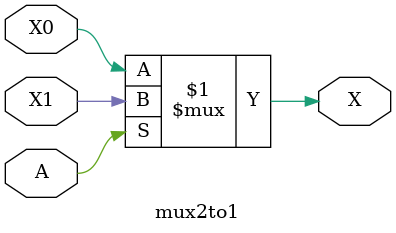
<source format=v>
module mux2to1 (A, X1, X0, X);
  input A;
  input X1;
  input X0;
  output X;
  
  assign X = A ? X1 : X0;
  
endmodule

</source>
